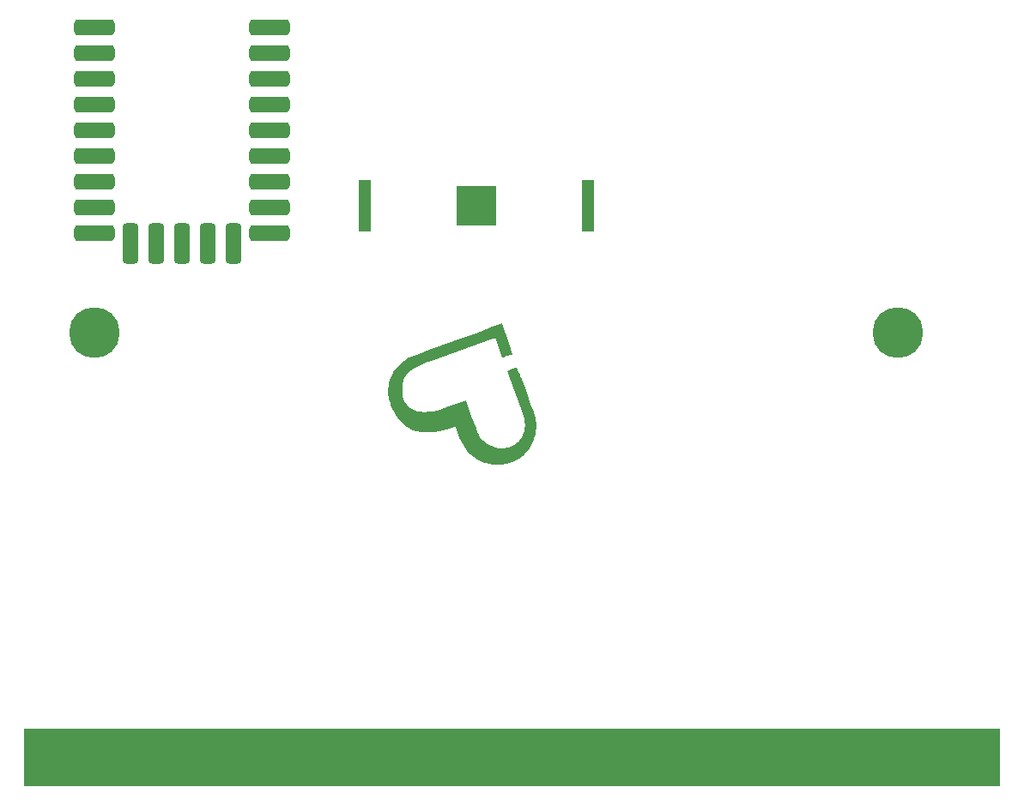
<source format=gbr>
%TF.GenerationSoftware,KiCad,Pcbnew,8.0.1*%
%TF.CreationDate,2024-04-05T12:29:39-07:00*%
%TF.ProjectId,flash-32mbit,666c6173-682d-4333-926d-6269742e6b69,10*%
%TF.SameCoordinates,Original*%
%TF.FileFunction,Soldermask,Bot*%
%TF.FilePolarity,Negative*%
%FSLAX46Y46*%
G04 Gerber Fmt 4.6, Leading zero omitted, Abs format (unit mm)*
G04 Created by KiCad (PCBNEW 8.0.1) date 2024-04-05 12:29:39*
%MOMM*%
%LPD*%
G01*
G04 APERTURE LIST*
G04 Aperture macros list*
%AMRoundRect*
0 Rectangle with rounded corners*
0 $1 Rounding radius*
0 $2 $3 $4 $5 $6 $7 $8 $9 X,Y pos of 4 corners*
0 Add a 4 corners polygon primitive as box body*
4,1,4,$2,$3,$4,$5,$6,$7,$8,$9,$2,$3,0*
0 Add four circle primitives for the rounded corners*
1,1,$1+$1,$2,$3*
1,1,$1+$1,$4,$5*
1,1,$1+$1,$6,$7*
1,1,$1+$1,$8,$9*
0 Add four rect primitives between the rounded corners*
20,1,$1+$1,$2,$3,$4,$5,0*
20,1,$1+$1,$4,$5,$6,$7,0*
20,1,$1+$1,$6,$7,$8,$9,0*
20,1,$1+$1,$8,$9,$2,$3,0*%
%AMFreePoly0*
4,1,19,0.558779,1.480902,0.585166,1.452410,0.985166,0.802410,1.000000,0.750000,1.000000,-1.400000,0.980902,-1.458779,0.930902,-1.495106,0.900000,-1.500000,-0.900000,-1.500000,-0.958779,-1.480902,-0.995106,-1.430902,-1.000000,-1.400000,-1.000000,0.750000,-0.985166,0.802410,-0.585166,1.452410,-0.538095,1.492460,-0.500000,1.500000,0.500000,1.500000,0.558779,1.480902,0.558779,1.480902,
$1*%
%AMFreePoly1*
4,1,23,0.858779,2.980902,0.895106,2.930902,0.900000,2.900000,0.900000,1.250000,0.886824,1.200386,0.700000,0.873444,0.700000,-1.400000,0.680902,-1.458779,0.630902,-1.495106,0.600000,-1.500000,-0.600000,-1.500000,-0.658779,-1.480902,-0.695106,-1.430902,-0.700000,-1.400000,-0.700000,0.873444,-0.886824,1.200386,-0.900000,1.250000,-0.900000,2.900000,-0.880902,2.958779,-0.830902,2.995106,
-0.800000,3.000000,0.800000,3.000000,0.858779,2.980902,0.858779,2.980902,$1*%
G04 Aperture macros list end*
%ADD10C,0.000000*%
%ADD11RoundRect,0.400000X-1.600000X0.400000X-1.600000X-0.400000X1.600000X-0.400000X1.600000X0.400000X0*%
%ADD12RoundRect,0.400000X0.400000X1.600000X-0.400000X1.600000X-0.400000X-1.600000X0.400000X-1.600000X0*%
%ADD13RoundRect,0.400000X1.600000X-0.400000X1.600000X0.400000X-1.600000X0.400000X-1.600000X-0.400000X0*%
%ADD14C,5.000000*%
%ADD15FreePoly0,0.000000*%
%ADD16FreePoly1,0.000000*%
%ADD17R,1.270000X5.080000*%
%ADD18R,3.962400X3.962400*%
G04 APERTURE END LIST*
D10*
G36*
X149533314Y-90560161D02*
G01*
X149863075Y-91559008D01*
X150249171Y-92697585D01*
X150114849Y-92717089D01*
X149983004Y-92741342D01*
X149853605Y-92770270D01*
X149726620Y-92803802D01*
X149602015Y-92841862D01*
X149479760Y-92884379D01*
X149359822Y-92931278D01*
X149242168Y-92982488D01*
X148574782Y-91030816D01*
X142994296Y-93036145D01*
X142246282Y-93302541D01*
X141874844Y-93436361D01*
X141511438Y-93575560D01*
X141160807Y-93723860D01*
X140827689Y-93884985D01*
X140669180Y-93971520D01*
X140516827Y-94062656D01*
X140371223Y-94158861D01*
X140232960Y-94260598D01*
X140102632Y-94368333D01*
X139980830Y-94482531D01*
X139868148Y-94603658D01*
X139765177Y-94732179D01*
X139672511Y-94868560D01*
X139590741Y-95013266D01*
X139520461Y-95166761D01*
X139462264Y-95329512D01*
X139416741Y-95501984D01*
X139384485Y-95684642D01*
X139366090Y-95877952D01*
X139362146Y-96082378D01*
X139373248Y-96298387D01*
X139399988Y-96526443D01*
X139442957Y-96767012D01*
X139502750Y-97020559D01*
X139601991Y-97250876D01*
X139715642Y-97456080D01*
X139842862Y-97637227D01*
X139982809Y-97795371D01*
X140134644Y-97931567D01*
X140297527Y-98046869D01*
X140470616Y-98142331D01*
X140653072Y-98219010D01*
X140844055Y-98277959D01*
X141042722Y-98320233D01*
X141248236Y-98346887D01*
X141459754Y-98358975D01*
X141676437Y-98357553D01*
X141897444Y-98343674D01*
X142349069Y-98282766D01*
X142807906Y-98184690D01*
X143267232Y-98057883D01*
X143720324Y-97910783D01*
X144160458Y-97751826D01*
X145656956Y-97166185D01*
X145786509Y-97504572D01*
X145944257Y-97936309D01*
X146303333Y-98943536D01*
X146652170Y-99915263D01*
X146797120Y-100302625D01*
X146908754Y-100578886D01*
X147060556Y-100812454D01*
X147224150Y-101022446D01*
X147398272Y-101209341D01*
X147581659Y-101373621D01*
X147773047Y-101515766D01*
X147971173Y-101636257D01*
X148174772Y-101735575D01*
X148382580Y-101814199D01*
X148593335Y-101872612D01*
X148805772Y-101911293D01*
X149018628Y-101930724D01*
X149230638Y-101931384D01*
X149440539Y-101913755D01*
X149647068Y-101878317D01*
X149848960Y-101825552D01*
X150044952Y-101755938D01*
X150233781Y-101669958D01*
X150414181Y-101568092D01*
X150584890Y-101450820D01*
X150744644Y-101318624D01*
X150892179Y-101171984D01*
X151026232Y-101011380D01*
X151145538Y-100837293D01*
X151248834Y-100650205D01*
X151334857Y-100450595D01*
X151402341Y-100238944D01*
X151450025Y-100015733D01*
X151476643Y-99781443D01*
X151480933Y-99536554D01*
X151461630Y-99281547D01*
X151417471Y-99016902D01*
X151347192Y-98743101D01*
X149694392Y-94328053D01*
X149748199Y-94295026D01*
X149803051Y-94263237D01*
X149858934Y-94232713D01*
X149915839Y-94203483D01*
X149973751Y-94175577D01*
X150032660Y-94149023D01*
X150092553Y-94123850D01*
X150153418Y-94100087D01*
X150215243Y-94077763D01*
X150278015Y-94056906D01*
X150341724Y-94037545D01*
X150406356Y-94019710D01*
X150471900Y-94003429D01*
X150538343Y-93988730D01*
X150605674Y-93975643D01*
X150673880Y-93964197D01*
X150727530Y-94109679D01*
X150780265Y-94244467D01*
X150831805Y-94370063D01*
X150881869Y-94487966D01*
X150976447Y-94706700D01*
X151020402Y-94810532D01*
X151061759Y-94912675D01*
X151230535Y-95350824D01*
X151400057Y-95804381D01*
X151733602Y-96720653D01*
X152046926Y-97587355D01*
X152324562Y-98330351D01*
X152387949Y-98507045D01*
X152442221Y-98686654D01*
X152487409Y-98868771D01*
X152523545Y-99052988D01*
X152550661Y-99238897D01*
X152568788Y-99426092D01*
X152577959Y-99614166D01*
X152578203Y-99802711D01*
X152569554Y-99991320D01*
X152552043Y-100179585D01*
X152525701Y-100367100D01*
X152490560Y-100553456D01*
X152446651Y-100738248D01*
X152394007Y-100921067D01*
X152332658Y-101101506D01*
X152262637Y-101279159D01*
X152183974Y-101453617D01*
X152096703Y-101624474D01*
X152000853Y-101791322D01*
X151896457Y-101953754D01*
X151783547Y-102111362D01*
X151662154Y-102263740D01*
X151532309Y-102410481D01*
X151394045Y-102551176D01*
X151247392Y-102685419D01*
X151092383Y-102812802D01*
X150929048Y-102932919D01*
X150757421Y-103045361D01*
X150577532Y-103149722D01*
X150389412Y-103245595D01*
X150193094Y-103332571D01*
X149988609Y-103410244D01*
X149538280Y-103490867D01*
X149099368Y-103538269D01*
X148884442Y-103548974D01*
X148672670Y-103550730D01*
X148464150Y-103543319D01*
X148258983Y-103526528D01*
X148057269Y-103500141D01*
X147859106Y-103463942D01*
X147664596Y-103417718D01*
X147473836Y-103361253D01*
X147286928Y-103294331D01*
X147103971Y-103216738D01*
X146925064Y-103128258D01*
X146750308Y-103028676D01*
X146579802Y-102917778D01*
X146413645Y-102795348D01*
X146251937Y-102661170D01*
X146094779Y-102515031D01*
X145942270Y-102356714D01*
X145794509Y-102186004D01*
X145651596Y-102002687D01*
X145513631Y-101806548D01*
X145380713Y-101597370D01*
X145252943Y-101374940D01*
X145130420Y-101139042D01*
X145013244Y-100889460D01*
X144901514Y-100625980D01*
X144795330Y-100348387D01*
X144694792Y-100056465D01*
X144600000Y-99750000D01*
X144441402Y-99822573D01*
X144006578Y-99992571D01*
X143704785Y-100091734D01*
X143356982Y-100188408D01*
X142970849Y-100273646D01*
X142554070Y-100338499D01*
X142114324Y-100374019D01*
X141659296Y-100371259D01*
X141428451Y-100352727D01*
X141196665Y-100321269D01*
X140964900Y-100275767D01*
X140734115Y-100215102D01*
X140505271Y-100138156D01*
X140279327Y-100043810D01*
X140057244Y-99930946D01*
X139839983Y-99798445D01*
X139628502Y-99645188D01*
X139423764Y-99470058D01*
X139226727Y-99271935D01*
X139038353Y-99049701D01*
X138895081Y-98858862D01*
X138761771Y-98665142D01*
X138638546Y-98468839D01*
X138525527Y-98270251D01*
X138422837Y-98069673D01*
X138330598Y-97867405D01*
X138248931Y-97663743D01*
X138177959Y-97458985D01*
X138117804Y-97253428D01*
X138068587Y-97047369D01*
X138030430Y-96841106D01*
X138003456Y-96634937D01*
X137987787Y-96429158D01*
X137983544Y-96224068D01*
X137990849Y-96019963D01*
X138009825Y-95817141D01*
X138040593Y-95615900D01*
X138083276Y-95416536D01*
X138137996Y-95219347D01*
X138204873Y-95024631D01*
X138284031Y-94832685D01*
X138375592Y-94643806D01*
X138479677Y-94458293D01*
X138596408Y-94276441D01*
X138725908Y-94098549D01*
X138868298Y-93924914D01*
X139023700Y-93755833D01*
X139192237Y-93591604D01*
X139374030Y-93432525D01*
X139569201Y-93278892D01*
X139777872Y-93131003D01*
X140000166Y-92989156D01*
X140977993Y-92607630D01*
X142055016Y-92208866D01*
X144407859Y-91368688D01*
X146861112Y-90486759D01*
X148063647Y-90035806D01*
X149217190Y-89581216D01*
X149533314Y-90560161D01*
G37*
%TO.C,J1*%
G36*
X102100000Y-129675000D02*
G01*
X198300000Y-129675000D01*
X198300000Y-135275000D01*
X102100000Y-135275000D01*
X102100000Y-129675000D01*
G37*
%TD*%
D11*
%TO.C,U4*%
X126300000Y-60340000D03*
X126300000Y-62880000D03*
X126300000Y-65420000D03*
X126300000Y-67960000D03*
X126300000Y-70500000D03*
X126300000Y-73040000D03*
X126300000Y-75580000D03*
X126300000Y-78120000D03*
X126300000Y-80660000D03*
D12*
X122730000Y-81700000D03*
X120190000Y-81700000D03*
X117650000Y-81700000D03*
X115110000Y-81700000D03*
X112570000Y-81700000D03*
D13*
X109050000Y-80660000D03*
X109050000Y-78120000D03*
X109050000Y-75580000D03*
X109050000Y-73040000D03*
X109050000Y-70500000D03*
X109050000Y-67960000D03*
X109050000Y-65420000D03*
X109050000Y-62880000D03*
X109050000Y-60340000D03*
%TD*%
D14*
%TO.C,H1*%
X109000000Y-90500000D03*
%TD*%
D15*
%TO.C,J1*%
X104000000Y-132775000D03*
D16*
X106100000Y-132775000D03*
D15*
X108200000Y-132775000D03*
D16*
X110300000Y-132775000D03*
D15*
X112400000Y-132775000D03*
D16*
X114500000Y-132775000D03*
D15*
X116600000Y-132775000D03*
D16*
X118700000Y-132775000D03*
D15*
X120800000Y-132775000D03*
D16*
X122900000Y-132775000D03*
D15*
X125000000Y-132775000D03*
D16*
X127100000Y-132775000D03*
D15*
X129200000Y-132775000D03*
D16*
X131300000Y-132775000D03*
D15*
X133400000Y-132775000D03*
D16*
X135500000Y-132775000D03*
D15*
X137600000Y-132775000D03*
D16*
X139700000Y-132775000D03*
D15*
X141800000Y-132775000D03*
D16*
X143900000Y-132775000D03*
D15*
X146000000Y-132775000D03*
D16*
X148100000Y-132775000D03*
D15*
X150200000Y-132775000D03*
D16*
X152300000Y-132775000D03*
D15*
X154400000Y-132775000D03*
D16*
X156500000Y-132775000D03*
D15*
X158600000Y-132775000D03*
D16*
X160700000Y-132775000D03*
D15*
X162800000Y-132775000D03*
D16*
X164900000Y-132775000D03*
D15*
X167000000Y-132775000D03*
D16*
X169100000Y-132775000D03*
D15*
X171200000Y-132775000D03*
D16*
X173300000Y-132775000D03*
D15*
X175400000Y-132775000D03*
D16*
X177500000Y-132775000D03*
D15*
X179600000Y-132775000D03*
D16*
X181700000Y-132775000D03*
D15*
X183800000Y-132775000D03*
D16*
X185900000Y-132775000D03*
D15*
X188000000Y-132775000D03*
D16*
X190100000Y-132775000D03*
D15*
X192200000Y-132775000D03*
D16*
X194300000Y-132775000D03*
D15*
X196400000Y-132775000D03*
%TD*%
D14*
%TO.C,H2*%
X188250000Y-90500000D03*
%TD*%
D17*
%TO.C,BT1*%
X157684999Y-77973099D03*
X135715001Y-77973100D03*
D18*
X146700000Y-77973099D03*
%TD*%
M02*

</source>
